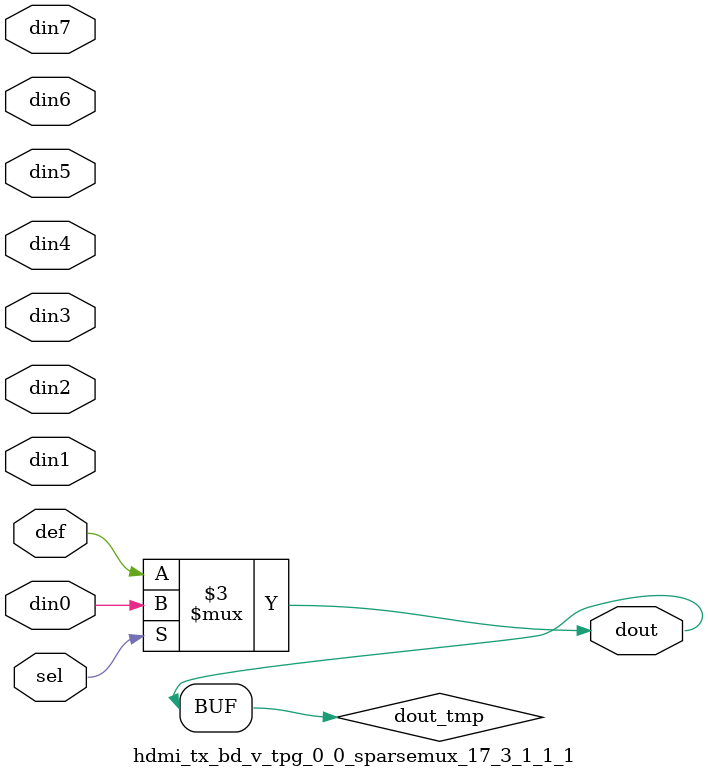
<source format=v>
`timescale 1ns / 1ps

(* DowngradeIPIdentifiedWarnings="yes" *) module hdmi_tx_bd_v_tpg_0_0_sparsemux_17_3_1_1_1 (din0,din1,din2,din3,din4,din5,din6,din7,def,sel,dout);

parameter din0_WIDTH = 1;

parameter din1_WIDTH = 1;

parameter din2_WIDTH = 1;

parameter din3_WIDTH = 1;

parameter din4_WIDTH = 1;

parameter din5_WIDTH = 1;

parameter din6_WIDTH = 1;

parameter din7_WIDTH = 1;

parameter def_WIDTH = 1;
parameter sel_WIDTH = 1;
parameter dout_WIDTH = 1;

parameter [sel_WIDTH-1:0] CASE0 = 1;

parameter [sel_WIDTH-1:0] CASE1 = 1;

parameter [sel_WIDTH-1:0] CASE2 = 1;

parameter [sel_WIDTH-1:0] CASE3 = 1;

parameter [sel_WIDTH-1:0] CASE4 = 1;

parameter [sel_WIDTH-1:0] CASE5 = 1;

parameter [sel_WIDTH-1:0] CASE6 = 1;

parameter [sel_WIDTH-1:0] CASE7 = 1;

parameter ID = 1;
parameter NUM_STAGE = 1;



input [din0_WIDTH-1:0] din0;

input [din1_WIDTH-1:0] din1;

input [din2_WIDTH-1:0] din2;

input [din3_WIDTH-1:0] din3;

input [din4_WIDTH-1:0] din4;

input [din5_WIDTH-1:0] din5;

input [din6_WIDTH-1:0] din6;

input [din7_WIDTH-1:0] din7;

input [def_WIDTH-1:0] def;
input [sel_WIDTH-1:0] sel;

output [dout_WIDTH-1:0] dout;



reg [dout_WIDTH-1:0] dout_tmp;


always @ (*) begin
(* parallel_case *) case (sel)
    
    CASE0 : dout_tmp = din0;
    
    CASE1 : dout_tmp = din1;
    
    CASE2 : dout_tmp = din2;
    
    CASE3 : dout_tmp = din3;
    
    CASE4 : dout_tmp = din4;
    
    CASE5 : dout_tmp = din5;
    
    CASE6 : dout_tmp = din6;
    
    CASE7 : dout_tmp = din7;
    
    default : dout_tmp = def;
endcase
end


assign dout = dout_tmp;



endmodule

</source>
